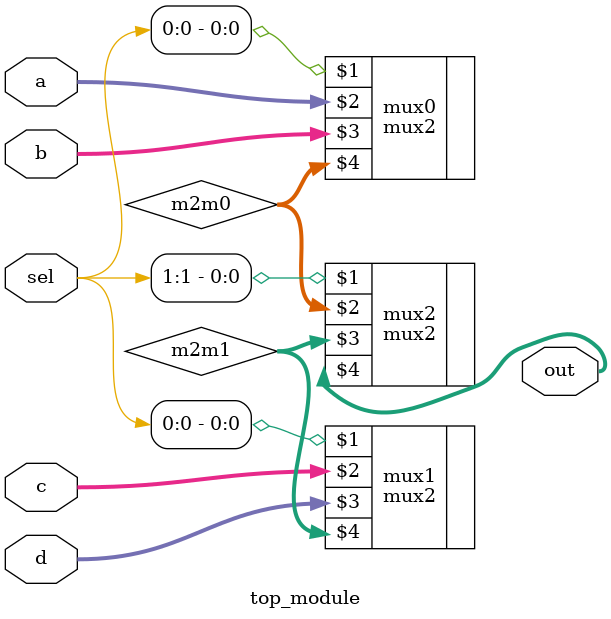
<source format=v>
module top_module (
    input [1:0] sel,
    input [7:0] a,
    input [7:0] b,
    input [7:0] c,
    input [7:0] d,
    output [7:0] out  ); //

    wire [7:0] m2m0, m2m1;
    mux2 mux0 ( sel[0],    a,    b, m2m0 );
    mux2 mux1 ( sel[0],    c,    d, m2m1 );
    mux2 mux2 ( sel[1], m2m0, m2m1,  out );

endmodule

</source>
